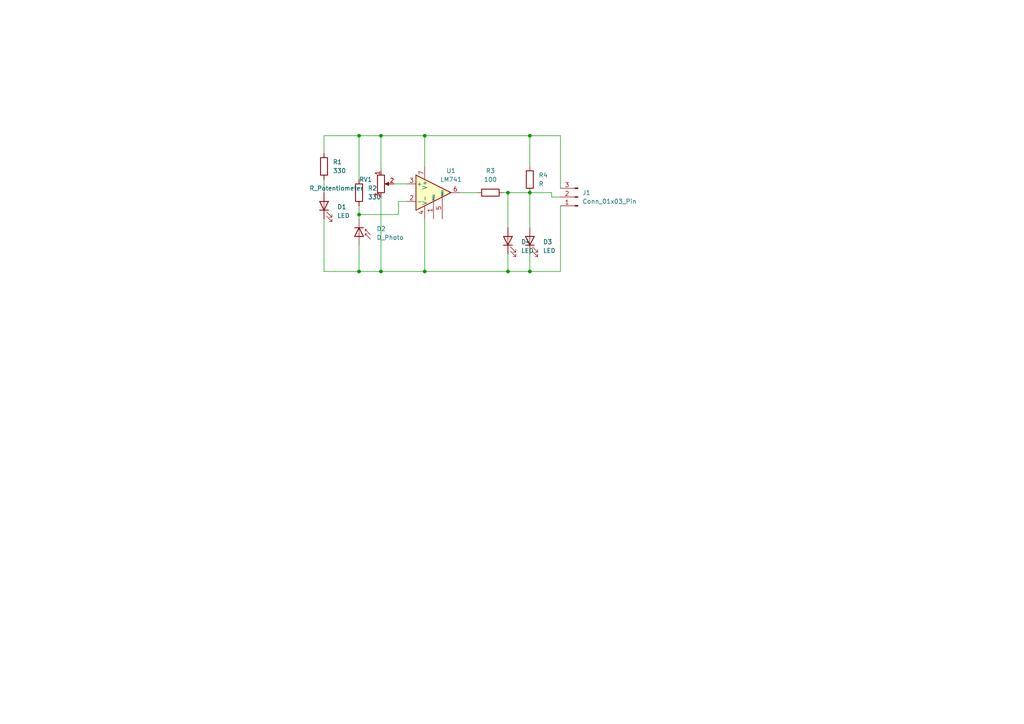
<source format=kicad_sch>
(kicad_sch (version 20231120) (generator "eeschema") (generator_version "8.0")
  (paper "A4")
  (lib_symbols
    (symbol "Amplifier_Operational:LM741" (pin_names (offset 0.127))
      (property "Reference" "U" (at 0 6.35 0))
      (property "Value" "LM741" (at 0 3.81 0))
      (symbol "LM741_0_1"
        (polyline (pts (xy -5.08 5.08) (xy 5.08 0) (xy -5.08 -5.08) (xy -5.08 5.08)) (stroke (width 0.254)) (fill (type background)))
      )
      (symbol "LM741_1_1"
        (pin input line (at 0 -7.62 90) (length 5.08) (name "NULL") (number "1"))
        (pin input line (at -7.62 -2.54 0) (length 2.54) (name "-") (number "2"))
        (pin input line (at -7.62 2.54 0) (length 2.54) (name "+") (number "3"))
        (pin power_in line (at -2.54 -7.62 90) (length 3.81) (name "V-") (number "4"))
        (pin input line (at 2.54 -7.62 90) (length 6.35) (name "NULL") (number "5"))
        (pin output line (at 7.62 0 180) (length 2.54) (name "~") (number "6"))
        (pin power_in line (at -2.54 7.62 270) (length 3.81) (name "V+") (number "7"))
        (pin no_connect line (at 0 2.54 270) (length 2.54) hide (name "NC") (number "8"))
      )
    )
    (symbol "Connector:Conn_01x03_Pin" (pin_names (offset 1.016) hide)
      (property "Reference" "J" (at 0 5.08 0))
      (property "Value" "Conn_01x03_Pin" (at 0 -5.08 0))
      (symbol "Conn_01x03_Pin_1_1"
        (polyline (pts (xy 1.27 -2.54) (xy 0.8636 -2.54)) (stroke (width 0.1524)))
        (polyline (pts (xy 1.27 0) (xy 0.8636 0)) (stroke (width 0.1524)))
        (polyline (pts (xy 1.27 2.54) (xy 0.8636 2.54)) (stroke (width 0.1524)))
        (rectangle (start 0.8636 -2.413) (end 0 -2.667) (stroke (width 0.1524)) (fill (type outline)))
        (rectangle (start 0.8636 0.127) (end 0 -0.127) (stroke (width 0.1524)) (fill (type outline)))
        (rectangle (start 0.8636 2.667) (end 0 2.413) (stroke (width 0.1524)) (fill (type outline)))
        (pin passive line (at 5.08 2.54 180) (length 3.81) (name "Pin_1") (number "1"))
        (pin passive line (at 5.08 0 180) (length 3.81) (name "Pin_2") (number "2"))
        (pin passive line (at 5.08 -2.54 180) (length 3.81) (name "Pin_3") (number "3"))
      )
    )
    (symbol "Device:D_Photo" (pin_numbers hide) (pin_names hide)
      (property "Reference" "D" (at 0.508 1.778 0))
      (property "Value" "D_Photo" (at -1.016 -2.794 0))
      (symbol "D_Photo_0_1"
        (polyline (pts (xy -2.54 1.27) (xy -2.54 -1.27)) (stroke (width 0.254)))
        (polyline (pts (xy -2.032 1.778) (xy -1.524 1.778)))
        (polyline (pts (xy 0 0) (xy -2.54 0)))
        (polyline (pts (xy -0.508 3.302) (xy -2.032 1.778) (xy -2.032 2.286)))
        (polyline (pts (xy 0 -1.27) (xy 0 1.27) (xy -2.54 0) (xy 0 -1.27)) (stroke (width 0.254)))
        (polyline (pts (xy 0.762 3.302) (xy -0.762 1.778) (xy -0.762 2.286) (xy -0.762 1.778) (xy -0.254 1.778)))
      )
      (symbol "D_Photo_1_1"
        (pin passive line (at -5.08 0 0) (length 2.54) (name "K") (number "1"))
        (pin passive line (at 2.54 0 180) (length 2.54) (name "A") (number "2"))
      )
    )
    (symbol "Device:LED" (pin_numbers hide) (pin_names (offset 1.016) hide)
      (property "Reference" "D" (at 0 2.54 0))
      (property "Value" "LED" (at 0 -2.54 0))
      (symbol "LED_0_1"
        (polyline (pts (xy -1.27 -1.27) (xy -1.27 1.27)) (stroke (width 0.254)))
        (polyline (pts (xy -1.27 0) (xy 1.27 0)))
        (polyline (pts (xy 1.27 -1.27) (xy 1.27 1.27) (xy -1.27 0) (xy 1.27 -1.27)) (stroke (width 0.254)))
        (polyline (pts (xy -3.048 -0.762) (xy -4.572 -2.286) (xy -3.81 -2.286) (xy -4.572 -2.286) (xy -4.572 -1.524)))
        (polyline (pts (xy -1.778 -0.762) (xy -3.302 -2.286) (xy -2.54 -2.286) (xy -3.302 -2.286) (xy -3.302 -1.524)))
      )
      (symbol "LED_1_1"
        (pin passive line (at -3.81 0 0) (length 2.54) (name "K") (number "1"))
        (pin passive line (at 3.81 0 180) (length 2.54) (name "A") (number "2"))
      )
    )
    (symbol "Device:R" (pin_numbers hide) (pin_names (offset 0))
      (property "Reference" "R" (at 2.032 0 90))
      (property "Value" "R" (at 0 0 90))
      (symbol "R_0_1"
        (rectangle (start -1.016 -2.54) (end 1.016 2.54) (stroke (width 0.254)))
      )
      (symbol "R_1_1"
        (pin passive line (at 0 3.81 270) (length 1.27) (name "~") (number "1"))
        (pin passive line (at 0 -3.81 90) (length 1.27) (name "~") (number "2"))
      )
    )
    (symbol "Device:R_Potentiometer" (pin_names (offset 1.016) hide)
      (property "Reference" "RV" (at -4.445 0 90))
      (property "Value" "R_Potentiometer" (at -2.54 0 90))
      (symbol "R_Potentiometer_0_1"
        (polyline (pts (xy 2.54 0) (xy 1.524 0)))
        (polyline (pts (xy 1.143 0) (xy 2.286 0.508) (xy 2.286 -0.508) (xy 1.143 0)) (fill (type outline)))
        (rectangle (start 1.016 2.54) (end -1.016 -2.54) (stroke (width 0.254)))
      )
      (symbol "R_Potentiometer_1_1"
        (pin passive line (at 0 3.81 270) (length 1.27) (name "1") (number "1"))
        (pin passive line (at 3.81 0 180) (length 1.27) (name "2") (number "2"))
        (pin passive line (at 0 -3.81 90) (length 1.27) (name "3") (number "3"))
      )
    )
  )
  (junction (at 104.14 62.23))
  (junction (at 110.49 78.74))
  (junction (at 104.14 78.74))
  (junction (at 123.19 78.74))
  (junction (at 110.49 39.37))
  (junction (at 147.32 55.88))
  (junction (at 153.67 39.37))
  (junction (at 153.67 55.88))
  (junction (at 123.19 39.37))
  (junction (at 153.67 78.74))
  (junction (at 104.14 39.37))
  (junction (at 147.32 78.74))
  (wire (pts (xy 110.49 78.74) (xy 104.14 78.74)))
  (wire (pts (xy 153.67 55.88) (xy 153.67 66.04)))
  (wire (pts (xy 160.02 57.15) (xy 162.56 57.15)))
  (wire (pts (xy 153.67 73.66) (xy 153.67 78.74)))
  (wire (pts (xy 147.32 66.04) (xy 147.32 55.88)))
  (wire (pts (xy 147.32 73.66) (xy 147.32 78.74)))
  (wire (pts (xy 123.19 39.37) (xy 123.19 48.26)))
  (wire (pts (xy 153.67 39.37) (xy 162.56 39.37)))
  (wire (pts (xy 153.67 78.74) (xy 162.56 78.74)))
  (wire (pts (xy 162.56 54.61) (xy 162.56 39.37)))
  (wire (pts (xy 93.98 39.37) (xy 93.98 44.45)))
  (wire (pts (xy 133.35 55.88) (xy 138.43 55.88)))
  (wire (pts (xy 153.67 39.37) (xy 153.67 48.26)))
  (wire (pts (xy 110.49 39.37) (xy 104.14 39.37)))
  (wire (pts (xy 162.56 59.69) (xy 162.56 78.74)))
  (wire (pts (xy 153.67 55.88) (xy 160.02 55.88)))
  (wire (pts (xy 104.14 59.69) (xy 104.14 62.23)))
  (wire (pts (xy 110.49 39.37) (xy 110.49 49.53)))
  (wire (pts (xy 115.57 62.23) (xy 115.57 58.42)))
  (wire (pts (xy 104.14 78.74) (xy 104.14 71.12)))
  (wire (pts (xy 114.3 53.34) (xy 118.11 53.34)))
  (wire (pts (xy 93.98 52.07) (xy 93.98 55.88)))
  (wire (pts (xy 147.32 55.88) (xy 153.67 55.88)))
  (wire (pts (xy 123.19 78.74) (xy 147.32 78.74)))
  (wire (pts (xy 147.32 55.88) (xy 146.05 55.88)))
  (wire (pts (xy 153.67 39.37) (xy 123.19 39.37)))
  (wire (pts (xy 110.49 57.15) (xy 110.49 78.74)))
  (wire (pts (xy 115.57 58.42) (xy 118.11 58.42)))
  (wire (pts (xy 93.98 78.74) (xy 93.98 63.5)))
  (wire (pts (xy 104.14 78.74) (xy 93.98 78.74)))
  (wire (pts (xy 104.14 62.23) (xy 115.57 62.23)))
  (wire (pts (xy 104.14 39.37) (xy 104.14 52.07)))
  (wire (pts (xy 147.32 78.74) (xy 153.67 78.74)))
  (wire (pts (xy 104.14 39.37) (xy 93.98 39.37)))
  (wire (pts (xy 123.19 63.5) (xy 123.19 78.74)))
  (wire (pts (xy 123.19 39.37) (xy 110.49 39.37)))
  (wire (pts (xy 104.14 62.23) (xy 104.14 63.5)))
  (wire (pts (xy 160.02 55.88) (xy 160.02 57.15)))
  (wire (pts (xy 110.49 78.74) (xy 123.19 78.74)))
  (symbol (lib_id "Device:D_Photo") (at 104.14 68.58 270) (unit 1)
    (property "Reference" "D2" (at 109.22 66.3574 90) (effects (justify left)))
    (property "Value" "D_Photo" (at 109.22 68.8974 90) (effects (justify left)))
    (property "Footprint" "LED_THT:LED_D4.0mm" (effects (hide yes)))
    (property "Description" "Photodiode" (effects (hide yes)))
  )
  (symbol (lib_id "Device:R") (at 93.98 48.26 0) (unit 1)
    (property "Reference" "R1" (at 96.52 46.9899 0) (effects (justify left)))
    (property "Value" "330" (at 96.52 49.5299 0) (effects (justify left)))
    (property "Footprint" "Resistor_SMD:R_0805_2012Metric" (effects (hide yes)))
    (property "Description" "Resistor" (effects (hide yes)))
  )
  (symbol (lib_id "Device:R") (at 153.67 52.07 0) (unit 1)
    (property "Reference" "R4" (at 156.21 50.7999 0) (effects (justify left)))
    (property "Value" "R" (at 156.21 53.3399 0) (effects (justify left)))
    (property "Footprint" "Resistor_SMD:R_0805_2012Metric" (effects (hide yes)))
    (property "Description" "Resistor" (effects (hide yes)))
  )
  (symbol (lib_id "Device:LED") (at 147.32 69.85 90) (unit 1)
    (property "Reference" "D4" (at 151.13 70.1674 90) (effects (justify right)))
    (property "Value" "LED" (at 151.13 72.7074 90) (effects (justify right)))
    (property "Footprint" "LED_SMD:LED_0805_2012Metric_Pad1.15x1.40mm_HandSolder" (effects (hide yes)))
    (property "Description" "Light emitting diode" (effects (hide yes)))
  )
  (symbol (lib_id "Device:LED") (at 93.98 59.69 90) (unit 1)
    (property "Reference" "D1" (at 97.79 60.0074 90) (effects (justify right)))
    (property "Value" "LED" (at 97.79 62.5474 90) (effects (justify right)))
    (property "Footprint" "LED_THT:LED_D4.0mm" (effects (hide yes)))
    (property "Description" "Light emitting diode" (effects (hide yes)))
  )
  (symbol (lib_id "Device:R") (at 104.14 55.88 0) (unit 1)
    (property "Reference" "R2" (at 106.68 54.6099 0) (effects (justify left)))
    (property "Value" "330" (at 106.68 57.1499 0) (effects (justify left)))
    (property "Footprint" "Resistor_SMD:R_0805_2012Metric" (effects (hide yes)))
    (property "Description" "Resistor" (effects (hide yes)))
  )
  (symbol (lib_id "Device:R_Potentiometer") (at 110.49 53.34 0) (unit 1)
    (property "Reference" "RV1" (at 107.95 52.0699 0) (effects (justify right)))
    (property "Value" "R_Potentiometer" (at 105.41 54.61 0) (effects (justify right)))
    (property "Footprint" "Potentiometer_THT:Potentiometer_ACP_CA9-V10_Vertical_Hole" (effects (hide yes)))
    (property "Description" "Potentiometer" (effects (hide yes)))
  )
  (symbol (lib_id "Device:R") (at 142.24 55.88 270) (unit 1)
    (property "Reference" "R3" (at 142.24 49.53 90))
    (property "Value" "100" (at 142.24 52.07 90))
    (property "Footprint" "Resistor_SMD:R_0805_2012Metric" (effects (hide yes)))
    (property "Description" "Resistor" (effects (hide yes)))
  )
  (symbol (lib_id "Connector:Conn_01x03_Pin") (at 167.64 57.15 180) (unit 1)
    (property "Reference" "J1" (at 168.91 55.8799 0) (effects (justify right)))
    (property "Value" "Conn_01x03_Pin" (at 168.91 58.4199 0) (effects (justify right)))
    (property "Footprint" "Connector_PinHeader_2.54mm:PinHeader_1x03_P2.54mm_Horizontal" (effects (hide yes)))
    (property "Description" "Generic connector, single row, 01x03, script generated" (effects (hide yes)))
  )
  (symbol (lib_id "Device:LED") (at 153.67 69.85 90) (unit 1)
    (property "Reference" "D3" (at 157.48 70.1674 90) (effects (justify right)))
    (property "Value" "LED" (at 157.48 72.7074 90) (effects (justify right)))
    (property "Footprint" "LED_SMD:LED_0805_2012Metric_Pad1.15x1.40mm_HandSolder" (effects (hide yes)))
    (property "Description" "Light emitting diode" (effects (hide yes)))
  )
  (symbol (lib_id "Amplifier_Operational:LM741") (at 125.73 55.88 0) (unit 1)
    (property "Reference" "U1" (at 130.81 49.53 0))
    (property "Value" "LM741" (at 130.81 52.07 0))
    (property "Footprint" "Package_SO:SOIC-8_3.9x4.9mm_P1.27mm" (effects (hide yes)))
    (property "Datasheet" "http://www.ti.com/lit/ds/symlink/lm741.pdf" (effects (hide yes)))
    (property "Description" "Operational Amplifier, DIP-8/TO-99-8" (effects (hide yes)))
  )
)
</source>
